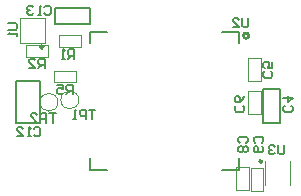
<source format=gbo>
G04*
G04 #@! TF.GenerationSoftware,Altium Limited,Altium Designer,19.1.5 (86)*
G04*
G04 Layer_Color=32896*
%FSAX25Y25*%
%MOIN*%
G70*
G01*
G75*
%ADD11C,0.00394*%
%ADD12C,0.00787*%
%ADD13C,0.01000*%
%ADD15C,0.00591*%
D11*
X0140999Y0150197D02*
G03*
X0140999Y0150197I-0002993J0000000D01*
G01*
X0134064Y0149449D02*
G03*
X0134064Y0149449I-0002993J0000000D01*
G01*
X0140087Y0156063D02*
Y0160000D01*
X0132606Y0156063D02*
X0140087D01*
X0132606D02*
Y0160000D01*
X0140087D01*
X0134378Y0167835D02*
Y0171772D01*
X0141858D01*
Y0167835D02*
Y0171772D01*
X0134378Y0167835D02*
X0141858D01*
X0121465Y0169252D02*
Y0177520D01*
X0129732D01*
Y0169252D02*
Y0177520D01*
X0121465Y0169252D02*
X0129732D01*
X0123354Y0164528D02*
X0130835D01*
Y0168465D01*
X0123354D02*
X0130835D01*
X0123354Y0164528D02*
Y0168465D01*
X0193532Y0120020D02*
X0197665D01*
X0193532D02*
Y0127697D01*
X0197665D01*
Y0120020D02*
Y0127697D01*
X0198374Y0127618D02*
X0202508D01*
Y0119941D02*
Y0127618D01*
X0198374Y0119941D02*
X0202508D01*
X0198374D02*
Y0127618D01*
X0203000Y0121968D02*
Y0129842D01*
X0211268Y0121968D02*
X0211307Y0129842D01*
X0197468Y0164232D02*
X0201602D01*
Y0156555D02*
Y0164232D01*
X0197468Y0156555D02*
X0201602D01*
X0197468D02*
Y0164232D01*
Y0145531D02*
X0201602D01*
X0197468D02*
Y0153209D01*
X0201602D01*
Y0145531D02*
Y0153209D01*
D12*
X0120220Y0142449D02*
Y0156449D01*
X0128220D01*
Y0142449D02*
Y0156449D01*
X0120220Y0142449D02*
X0128220D01*
X0133116Y0180978D02*
X0144616D01*
X0133116Y0175478D02*
Y0180978D01*
Y0175478D02*
X0144616D01*
Y0180978D01*
X0202494Y0142478D02*
Y0153978D01*
Y0142478D02*
X0207994D01*
Y0153978D01*
X0202494D02*
X0207994D01*
X0194457Y0169193D02*
Y0172894D01*
X0194417Y0172933D02*
X0194457Y0172894D01*
X0188748Y0172933D02*
X0194417Y0172933D01*
X0145008Y0172894D02*
X0150402D01*
X0144890Y0172776D02*
X0145008Y0172894D01*
X0144890Y0169193D02*
Y0172776D01*
X0144929Y0126949D02*
Y0130886D01*
Y0126949D02*
X0145008Y0126870D01*
X0150323Y0126870D01*
X0188748Y0126791D02*
X0194260D01*
X0194417Y0126949D02*
Y0130925D01*
X0194260Y0126791D02*
X0194417Y0126949D01*
D13*
X0129210Y0167913D02*
G03*
X0129210Y0167913I-0000487J0000000D01*
G01*
X0202066Y0129741D02*
G03*
X0202066Y0129741I-0000426J0000000D01*
G01*
X0197724Y0171634D02*
G03*
X0197724Y0171634I-0000905J0000000D01*
G01*
D15*
X0211805Y0148319D02*
X0212330Y0147795D01*
Y0146745D01*
X0211805Y0146221D01*
X0209706D01*
X0209181Y0146745D01*
Y0147795D01*
X0209706Y0148319D01*
X0209181Y0150943D02*
X0212330D01*
X0210755Y0149369D01*
Y0151468D01*
X0129654Y0160787D02*
Y0163936D01*
X0128079D01*
X0127555Y0163411D01*
Y0162362D01*
X0128079Y0161837D01*
X0129654D01*
X0128604D02*
X0127555Y0160787D01*
X0124406D02*
X0126505D01*
X0124406Y0162887D01*
Y0163411D01*
X0124931Y0163936D01*
X0125980D01*
X0126505Y0163411D01*
X0139496Y0163937D02*
Y0167086D01*
X0137922D01*
X0137397Y0166561D01*
Y0165511D01*
X0137922Y0164987D01*
X0139496D01*
X0138446D02*
X0137397Y0163937D01*
X0136347D02*
X0135298D01*
X0135823D01*
Y0167086D01*
X0136347Y0166561D01*
X0209575Y0135196D02*
Y0132572D01*
X0209050Y0132047D01*
X0208000D01*
X0207476Y0132572D01*
Y0135196D01*
X0206426Y0134671D02*
X0205901Y0135196D01*
X0204852D01*
X0204327Y0134671D01*
Y0134146D01*
X0204852Y0133622D01*
X0205377D01*
X0204852D01*
X0204327Y0133097D01*
Y0132572D01*
X0204852Y0132047D01*
X0205901D01*
X0206426Y0132572D01*
X0197559Y0177519D02*
Y0174895D01*
X0197034Y0174370D01*
X0195985D01*
X0195460Y0174895D01*
Y0177519D01*
X0192311Y0174370D02*
X0194411D01*
X0192311Y0176469D01*
Y0176994D01*
X0192836Y0177519D01*
X0193886D01*
X0194411Y0176994D01*
X0117450Y0175748D02*
X0120074D01*
X0120598Y0175223D01*
Y0174174D01*
X0120074Y0173649D01*
X0117450D01*
X0120598Y0172599D02*
Y0171550D01*
Y0172075D01*
X0117450D01*
X0117975Y0172599D01*
X0133354Y0145826D02*
X0131255D01*
X0132305D01*
Y0142677D01*
X0130206D02*
Y0145826D01*
X0128631D01*
X0128107Y0145301D01*
Y0144252D01*
X0128631Y0143727D01*
X0130206D01*
X0124958Y0142677D02*
X0127057D01*
X0124958Y0144776D01*
Y0145301D01*
X0125483Y0145826D01*
X0126532D01*
X0127057Y0145301D01*
X0146550Y0146928D02*
X0144450D01*
X0145500D01*
Y0143780D01*
X0143401D02*
Y0146928D01*
X0141827D01*
X0141302Y0146403D01*
Y0145354D01*
X0141827Y0144829D01*
X0143401D01*
X0140252Y0143780D02*
X0139203D01*
X0139728D01*
Y0146928D01*
X0140252Y0146403D01*
X0139024Y0152126D02*
Y0155275D01*
X0137449D01*
X0136925Y0154750D01*
Y0153700D01*
X0137449Y0153175D01*
X0139024D01*
X0137974D02*
X0136925Y0152126D01*
X0133776Y0155275D02*
X0135875D01*
Y0153700D01*
X0134826Y0154225D01*
X0134301D01*
X0133776Y0153700D01*
Y0152651D01*
X0134301Y0152126D01*
X0135350D01*
X0135875Y0152651D01*
X0129523Y0181128D02*
X0130048Y0181652D01*
X0131097D01*
X0131622Y0181128D01*
Y0179029D01*
X0131097Y0178504D01*
X0130048D01*
X0129523Y0179029D01*
X0128473Y0178504D02*
X0127424D01*
X0127949D01*
Y0181652D01*
X0128473Y0181128D01*
X0125850D02*
X0125325Y0181652D01*
X0124275D01*
X0123751Y0181128D01*
Y0180603D01*
X0124275Y0180078D01*
X0124800D01*
X0124275D01*
X0123751Y0179553D01*
Y0179029D01*
X0124275Y0178504D01*
X0125325D01*
X0125850Y0179029D01*
X0126058Y0140655D02*
X0126583Y0141180D01*
X0127633D01*
X0128157Y0140655D01*
Y0138556D01*
X0127633Y0138031D01*
X0126583D01*
X0126058Y0138556D01*
X0125009Y0138031D02*
X0123959D01*
X0124484D01*
Y0141180D01*
X0125009Y0140655D01*
X0120286Y0138031D02*
X0122385D01*
X0120286Y0140131D01*
Y0140655D01*
X0120811Y0141180D01*
X0121860D01*
X0122385Y0140655D01*
X0199864Y0135854D02*
X0199340Y0136378D01*
Y0137428D01*
X0199864Y0137953D01*
X0201963D01*
X0202488Y0137428D01*
Y0136378D01*
X0201963Y0135854D01*
Y0134804D02*
X0202488Y0134279D01*
Y0133230D01*
X0201963Y0132705D01*
X0199864D01*
X0199340Y0133230D01*
Y0134279D01*
X0199864Y0134804D01*
X0200389D01*
X0200914Y0134279D01*
Y0132705D01*
X0194746Y0135854D02*
X0194221Y0136378D01*
Y0137428D01*
X0194746Y0137953D01*
X0196845D01*
X0197370Y0137428D01*
Y0136378D01*
X0196845Y0135854D01*
X0194746Y0134804D02*
X0194221Y0134279D01*
Y0133230D01*
X0194746Y0132705D01*
X0195271D01*
X0195796Y0133230D01*
X0196321Y0132705D01*
X0196845D01*
X0197370Y0133230D01*
Y0134279D01*
X0196845Y0134804D01*
X0196321D01*
X0195796Y0134279D01*
X0195271Y0134804D01*
X0194746D01*
X0195796Y0134279D02*
Y0133230D01*
X0195663Y0148319D02*
X0196188Y0147795D01*
Y0146745D01*
X0195663Y0146221D01*
X0193564D01*
X0193039Y0146745D01*
Y0147795D01*
X0193564Y0148319D01*
X0196188Y0151468D02*
X0195663Y0150419D01*
X0194614Y0149369D01*
X0193564D01*
X0193039Y0149894D01*
Y0150943D01*
X0193564Y0151468D01*
X0194089D01*
X0194614Y0150943D01*
Y0149369D01*
X0205073Y0159737D02*
X0205597Y0159212D01*
Y0158163D01*
X0205073Y0157638D01*
X0202974D01*
X0202449Y0158163D01*
Y0159212D01*
X0202974Y0159737D01*
X0205597Y0162885D02*
Y0160786D01*
X0204023D01*
X0204548Y0161836D01*
Y0162361D01*
X0204023Y0162885D01*
X0202974D01*
X0202449Y0162361D01*
Y0161311D01*
X0202974Y0160786D01*
M02*

</source>
